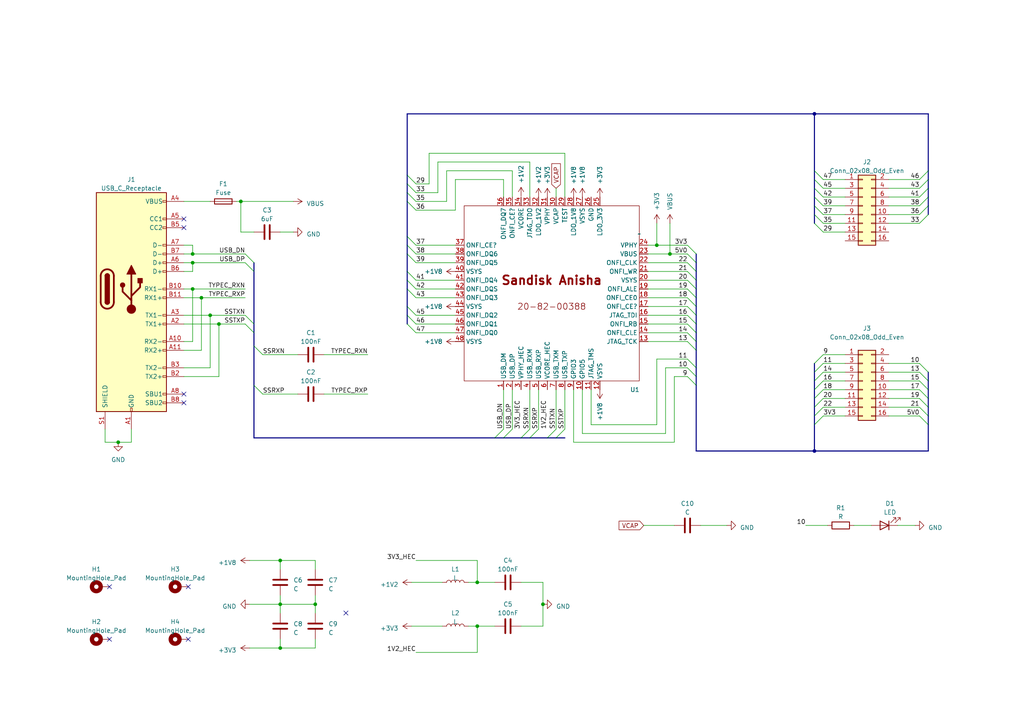
<source format=kicad_sch>
(kicad_sch (version 20221004) (generator eeschema)
  (paper "A4")
  (lib_symbols
    (symbol "Connector:USB_C_Receptacle" (pin_names (offset 1.016))
      (property "Reference" "J" (at -10.16 29.21 0))
      (property "Value" "USB_C_Receptacle" (at 10.16 29.21 0))
      (symbol "USB_C_Receptacle_0_0"
        (rectangle (start -0.254 -35.56) (end 0.254 -34.544))
        (rectangle (start 10.16 -32.766) (end 9.144 -33.274))
        (rectangle (start 10.16 -30.226) (end 9.144 -30.734))
        (rectangle (start 10.16 -25.146) (end 9.144 -25.654))
        (rectangle (start 10.16 -22.606) (end 9.144 -23.114))
        (rectangle (start 10.16 -17.526) (end 9.144 -18.034))
        (rectangle (start 10.16 -14.986) (end 9.144 -15.494))
        (rectangle (start 10.16 -9.906) (end 9.144 -10.414))
        (rectangle (start 10.16 -7.366) (end 9.144 -7.874))
        (rectangle (start 10.16 -2.286) (end 9.144 -2.794))
        (rectangle (start 10.16 0.254) (end 9.144 -0.254))
        (rectangle (start 10.16 5.334) (end 9.144 4.826))
        (rectangle (start 10.16 7.874) (end 9.144 7.366))
        (rectangle (start 10.16 10.414) (end 9.144 9.906))
        (rectangle (start 10.16 12.954) (end 9.144 12.446))
        (rectangle (start 10.16 18.034) (end 9.144 17.526))
        (rectangle (start 10.16 20.574) (end 9.144 20.066))
        (rectangle (start 10.16 25.654) (end 9.144 25.146))
      )
      (symbol "USB_C_Receptacle_0_1"
        (rectangle (start -10.16 27.94) (end 10.16 -35.56) (stroke (width 0.254)) (fill (type background)))
        (arc (start -8.89 -3.81) (mid -6.985 -5.715) (end -5.08 -3.81) (stroke (width 0.508)))
        (arc (start -7.62 -3.81) (mid -6.985 -4.445) (end -6.35 -3.81) (stroke (width 0.254)))
        (arc (start -7.62 -3.81) (mid -6.985 -4.445) (end -6.35 -3.81) (stroke (width 0.254)) (fill (type outline)))
        (rectangle (start -7.62 -3.81) (end -6.35 3.81) (stroke (width 0.254)) (fill (type outline)))
        (arc (start -6.35 3.81) (mid -6.985 4.445) (end -7.62 3.81) (stroke (width 0.254)))
        (arc (start -6.35 3.81) (mid -6.985 4.445) (end -7.62 3.81) (stroke (width 0.254)) (fill (type outline)))
        (arc (start -5.08 3.81) (mid -6.985 5.715) (end -8.89 3.81) (stroke (width 0.508)))
        (polyline (pts (xy -8.89 -3.81) (xy -8.89 3.81)) (stroke (width 0.508)))
        (polyline (pts (xy -5.08 3.81) (xy -5.08 -3.81)) (stroke (width 0.508)))
      )
      (symbol "USB_C_Receptacle_1_1"
        (circle (center -2.54 1.143) (radius 0.635) (stroke (width 0.254)) (fill (type outline)))
        (circle (center 0 -5.842) (radius 1.27) (fill (type outline)))
        (polyline (pts (xy 0 -5.842) (xy 0 4.318)) (stroke (width 0.508)))
        (polyline (pts (xy 0 -3.302) (xy -2.54 -0.762) (xy -2.54 0.508)) (stroke (width 0.508)))
        (polyline (pts (xy 0 -2.032) (xy 2.54 0.508) (xy 2.54 1.778)) (stroke (width 0.508)))
        (polyline (pts (xy -1.27 4.318) (xy 0 6.858) (xy 1.27 4.318) (xy -1.27 4.318)) (stroke (width 0.254)) (fill (type outline)))
        (rectangle (start 1.905 1.778) (end 3.175 3.048) (stroke (width 0.254)) (fill (type outline)))
        (pin passive line (at 0 -40.64 90) (length 5.08) (name "GND") (number "A1"))
        (pin bidirectional line (at 15.24 -15.24 180) (length 5.08) (name "RX2-") (number "A10"))
        (pin bidirectional line (at 15.24 -17.78 180) (length 5.08) (name "RX2+") (number "A11"))
        (pin passive line (at 0 -40.64 90) (length 5.08) hide (name "GND") (number "A12"))
        (pin bidirectional line (at 15.24 -10.16 180) (length 5.08) (name "TX1+") (number "A2"))
        (pin bidirectional line (at 15.24 -7.62 180) (length 5.08) (name "TX1-") (number "A3"))
        (pin passive line (at 15.24 25.4 180) (length 5.08) (name "VBUS") (number "A4"))
        (pin bidirectional line (at 15.24 20.32 180) (length 5.08) (name "CC1") (number "A5"))
        (pin bidirectional line (at 15.24 7.62 180) (length 5.08) (name "D+") (number "A6"))
        (pin bidirectional line (at 15.24 12.7 180) (length 5.08) (name "D-") (number "A7"))
        (pin bidirectional line (at 15.24 -30.48 180) (length 5.08) (name "SBU1") (number "A8"))
        (pin passive line (at 15.24 25.4 180) (length 5.08) hide (name "VBUS") (number "A9"))
        (pin passive line (at 0 -40.64 90) (length 5.08) hide (name "GND") (number "B1"))
        (pin bidirectional line (at 15.24 0 180) (length 5.08) (name "RX1-") (number "B10"))
        (pin bidirectional line (at 15.24 -2.54 180) (length 5.08) (name "RX1+") (number "B11"))
        (pin passive line (at 0 -40.64 90) (length 5.08) hide (name "GND") (number "B12"))
        (pin bidirectional line (at 15.24 -25.4 180) (length 5.08) (name "TX2+") (number "B2"))
        (pin bidirectional line (at 15.24 -22.86 180) (length 5.08) (name "TX2-") (number "B3"))
        (pin passive line (at 15.24 25.4 180) (length 5.08) hide (name "VBUS") (number "B4"))
        (pin bidirectional line (at 15.24 17.78 180) (length 5.08) (name "CC2") (number "B5"))
        (pin bidirectional line (at 15.24 5.08 180) (length 5.08) (name "D+") (number "B6"))
        (pin bidirectional line (at 15.24 10.16 180) (length 5.08) (name "D-") (number "B7"))
        (pin bidirectional line (at 15.24 -33.02 180) (length 5.08) (name "SBU2") (number "B8"))
        (pin passive line (at 15.24 25.4 180) (length 5.08) hide (name "VBUS") (number "B9"))
        (pin passive line (at -7.62 -40.64 90) (length 5.08) (name "SHIELD") (number "S1"))
      )
    )
    (symbol "Connector_Generic:Conn_02x08_Odd_Even" (pin_names (offset 1.016) hide)
      (property "Reference" "J" (at 1.27 10.16 0))
      (property "Value" "Conn_02x08_Odd_Even" (at 1.27 -12.7 0))
      (symbol "Conn_02x08_Odd_Even_1_1"
        (rectangle (start -1.27 -10.033) (end 0 -10.287) (stroke (width 0.1524)))
        (rectangle (start -1.27 -7.493) (end 0 -7.747) (stroke (width 0.1524)))
        (rectangle (start -1.27 -4.953) (end 0 -5.207) (stroke (width 0.1524)))
        (rectangle (start -1.27 -2.413) (end 0 -2.667) (stroke (width 0.1524)))
        (rectangle (start -1.27 0.127) (end 0 -0.127) (stroke (width 0.1524)))
        (rectangle (start -1.27 2.667) (end 0 2.413) (stroke (width 0.1524)))
        (rectangle (start -1.27 5.207) (end 0 4.953) (stroke (width 0.1524)))
        (rectangle (start -1.27 7.747) (end 0 7.493) (stroke (width 0.1524)))
        (rectangle (start -1.27 8.89) (end 3.81 -11.43) (stroke (width 0.254)) (fill (type background)))
        (rectangle (start 3.81 -10.033) (end 2.54 -10.287) (stroke (width 0.1524)))
        (rectangle (start 3.81 -7.493) (end 2.54 -7.747) (stroke (width 0.1524)))
        (rectangle (start 3.81 -4.953) (end 2.54 -5.207) (stroke (width 0.1524)))
        (rectangle (start 3.81 -2.413) (end 2.54 -2.667) (stroke (width 0.1524)))
        (rectangle (start 3.81 0.127) (end 2.54 -0.127) (stroke (width 0.1524)))
        (rectangle (start 3.81 2.667) (end 2.54 2.413) (stroke (width 0.1524)))
        (rectangle (start 3.81 5.207) (end 2.54 4.953) (stroke (width 0.1524)))
        (rectangle (start 3.81 7.747) (end 2.54 7.493) (stroke (width 0.1524)))
        (pin passive line (at -5.08 7.62 0) (length 3.81) (name "Pin_1") (number "1"))
        (pin passive line (at 7.62 -2.54 180) (length 3.81) (name "Pin_10") (number "10"))
        (pin passive line (at -5.08 -5.08 0) (length 3.81) (name "Pin_11") (number "11"))
        (pin passive line (at 7.62 -5.08 180) (length 3.81) (name "Pin_12") (number "12"))
        (pin passive line (at -5.08 -7.62 0) (length 3.81) (name "Pin_13") (number "13"))
        (pin passive line (at 7.62 -7.62 180) (length 3.81) (name "Pin_14") (number "14"))
        (pin passive line (at -5.08 -10.16 0) (length 3.81) (name "Pin_15") (number "15"))
        (pin passive line (at 7.62 -10.16 180) (length 3.81) (name "Pin_16") (number "16"))
        (pin passive line (at 7.62 7.62 180) (length 3.81) (name "Pin_2") (number "2"))
        (pin passive line (at -5.08 5.08 0) (length 3.81) (name "Pin_3") (number "3"))
        (pin passive line (at 7.62 5.08 180) (length 3.81) (name "Pin_4") (number "4"))
        (pin passive line (at -5.08 2.54 0) (length 3.81) (name "Pin_5") (number "5"))
        (pin passive line (at 7.62 2.54 180) (length 3.81) (name "Pin_6") (number "6"))
        (pin passive line (at -5.08 0 0) (length 3.81) (name "Pin_7") (number "7"))
        (pin passive line (at 7.62 0 180) (length 3.81) (name "Pin_8") (number "8"))
        (pin passive line (at -5.08 -2.54 0) (length 3.81) (name "Pin_9") (number "9"))
      )
    )
    (symbol "Device:C" (pin_numbers hide) (pin_names (offset 0.254))
      (property "Reference" "C" (at 0.635 2.54 0))
      (property "Value" "C" (at 0.635 -2.54 0))
      (symbol "C_0_1"
        (polyline (pts (xy -2.032 -0.762) (xy 2.032 -0.762)) (stroke (width 0.508)))
        (polyline (pts (xy -2.032 0.762) (xy 2.032 0.762)) (stroke (width 0.508)))
      )
      (symbol "C_1_1"
        (pin passive line (at 0 3.81 270) (length 2.794) (name "~") (number "1"))
        (pin passive line (at 0 -3.81 90) (length 2.794) (name "~") (number "2"))
      )
    )
    (symbol "Device:Fuse" (pin_numbers hide) (pin_names (offset 0))
      (property "Reference" "F" (at 2.032 0 90))
      (property "Value" "Fuse" (at -1.905 0 90))
      (symbol "Fuse_0_1"
        (rectangle (start -0.762 -2.54) (end 0.762 2.54) (stroke (width 0.254)))
        (polyline (pts (xy 0 2.54) (xy 0 -2.54)))
      )
      (symbol "Fuse_1_1"
        (pin passive line (at 0 3.81 270) (length 1.27) (name "~") (number "1"))
        (pin passive line (at 0 -3.81 90) (length 1.27) (name "~") (number "2"))
      )
    )
    (symbol "Device:L" (pin_numbers hide) (pin_names (offset 1.016) hide)
      (property "Reference" "L" (at -1.27 0 90))
      (property "Value" "L" (at 1.905 0 90))
      (symbol "L_0_1"
        (arc (start 0 -2.54) (mid 0.635 -1.905) (end 0 -1.27))
        (arc (start 0 -1.27) (mid 0.635 -0.635) (end 0 0))
        (arc (start 0 0) (mid 0.635 0.635) (end 0 1.27))
        (arc (start 0 1.27) (mid 0.635 1.905) (end 0 2.54))
      )
      (symbol "L_1_1"
        (pin passive line (at 0 3.81 270) (length 1.27) (name "1") (number "1"))
        (pin passive line (at 0 -3.81 90) (length 1.27) (name "2") (number "2"))
      )
    )
    (symbol "Device:LED" (pin_numbers hide) (pin_names (offset 1.016) hide)
      (property "Reference" "D" (at 0 2.54 0))
      (property "Value" "LED" (at 0 -2.54 0))
      (symbol "LED_0_1"
        (polyline (pts (xy -1.27 -1.27) (xy -1.27 1.27)) (stroke (width 0.254)))
        (polyline (pts (xy -1.27 0) (xy 1.27 0)))
        (polyline (pts (xy 1.27 -1.27) (xy 1.27 1.27) (xy -1.27 0) (xy 1.27 -1.27)) (stroke (width 0.254)))
        (polyline (pts (xy -3.048 -0.762) (xy -4.572 -2.286) (xy -3.81 -2.286) (xy -4.572 -2.286) (xy -4.572 -1.524)))
        (polyline (pts (xy -1.778 -0.762) (xy -3.302 -2.286) (xy -2.54 -2.286) (xy -3.302 -2.286) (xy -3.302 -1.524)))
      )
      (symbol "LED_1_1"
        (pin passive line (at -3.81 0 0) (length 2.54) (name "K") (number "1"))
        (pin passive line (at 3.81 0 180) (length 2.54) (name "A") (number "2"))
      )
    )
    (symbol "Device:R" (pin_numbers hide) (pin_names (offset 0))
      (property "Reference" "R" (at 2.032 0 90))
      (property "Value" "R" (at 0 0 90))
      (symbol "R_0_1"
        (rectangle (start -1.016 -2.54) (end 1.016 2.54) (stroke (width 0.254)))
      )
      (symbol "R_1_1"
        (pin passive line (at 0 3.81 270) (length 1.27) (name "~") (number "1"))
        (pin passive line (at 0 -3.81 90) (length 1.27) (name "~") (number "2"))
      )
    )
    (symbol "Mechanical:MountingHole_Pad" (pin_numbers hide) (pin_names (offset 1.016) hide)
      (property "Reference" "H" (at 0 6.35 0))
      (property "Value" "MountingHole_Pad" (at 0 4.445 0))
      (symbol "MountingHole_Pad_0_1"
        (circle (center 0 1.27) (radius 1.27) (stroke (width 1.27)))
      )
      (symbol "MountingHole_Pad_1_1"
        (pin input line (at 0 -2.54 90) (length 2.54) (name "1") (number "1"))
      )
    )
    (symbol "power:+1V2" (power) (pin_names (offset 0))
      (property "Value" "+1V2" (at 0 3.556 0))
      (symbol "+1V2_0_1"
        (polyline (pts (xy -0.762 1.27) (xy 0 2.54)))
        (polyline (pts (xy 0 0) (xy 0 2.54)))
        (polyline (pts (xy 0 2.54) (xy 0.762 1.27)))
      )
      (symbol "+1V2_1_1"
        (pin power_in line (at 0 0 90) (length 0) hide (name "+1V2") (number "1"))
      )
    )
    (symbol "power:+1V8" (power) (pin_names (offset 0))
      (property "Value" "+1V8" (at 0 3.556 0))
      (symbol "+1V8_0_1"
        (polyline (pts (xy -0.762 1.27) (xy 0 2.54)))
        (polyline (pts (xy 0 0) (xy 0 2.54)))
        (polyline (pts (xy 0 2.54) (xy 0.762 1.27)))
      )
      (symbol "+1V8_1_1"
        (pin power_in line (at 0 0 90) (length 0) hide (name "+1V8") (number "1"))
      )
    )
    (symbol "power:+3V3" (power) (pin_names (offset 0))
      (property "Value" "+3V3" (at 0 3.556 0))
      (symbol "+3V3_0_1"
        (polyline (pts (xy -0.762 1.27) (xy 0 2.54)))
        (polyline (pts (xy 0 0) (xy 0 2.54)))
        (polyline (pts (xy 0 2.54) (xy 0.762 1.27)))
      )
      (symbol "+3V3_1_1"
        (pin power_in line (at 0 0 90) (length 0) hide (name "+3V3") (number "1"))
      )
    )
    (symbol "power:GND" (power) (pin_names (offset 0))
      (property "Value" "GND" (at 0 -3.81 0))
      (symbol "GND_0_1"
        (polyline (pts (xy 0 0) (xy 0 -1.27) (xy 1.27 -1.27) (xy 0 -2.54) (xy -1.27 -1.27) (xy 0 -1.27)))
      )
      (symbol "GND_1_1"
        (pin power_in line (at 0 0 270) (length 0) hide (name "GND") (number "1"))
      )
    )
    (symbol "power:VBUS" (power) (pin_names (offset 0))
      (property "Value" "VBUS" (at 0 3.81 0))
      (symbol "VBUS_0_1"
        (polyline (pts (xy -0.762 1.27) (xy 0 2.54)))
        (polyline (pts (xy 0 0) (xy 0 2.54)))
        (polyline (pts (xy 0 2.54) (xy 0.762 1.27)))
      )
      (symbol "VBUS_1_1"
        (pin power_in line (at 0 0 90) (length 0) hide (name "VBUS") (number "1"))
      )
    )
    (symbol "sandisk:20-82-00388"
      (property "Reference" "U" (at 24.13 -24.13 0))
      (symbol "20-82-00388_0_0"
        (text "20-82-00388" (at 0 -3.81 0) (effects (font (size 1.8 1.8))))
        (text "Sandisk Anisha" (at 0 3.81 0) (effects (font (size 2.54 2.54) bold)))
      )
      (symbol "20-82-00388_0_1"
        (rectangle (start -25.4 25.4) (end 25.4 -25.4))
      )
      (symbol "20-82-00388_1_0"
        (pin bidirectional line (at 8.89 -27.94 90) (length 2.54) (name "") (number ""))
      )
      (symbol "20-82-00388_1_1"
        (pin bidirectional line (at -13.97 -27.94 90) (length 2.54) (name "USB_DM") (number "1"))
        (pin bidirectional line (at 8.89 -27.94 90) (length 2.54) (name "GPIO5") (number "10"))
        (pin input line (at 11.43 -27.94 90) (length 2.54) (name "JTAG_TMS") (number "11"))
        (pin power_in line (at 13.97 -27.94 90) (length 2.54) (name "VSYS") (number "12"))
        (pin input line (at 27.94 -13.97 180) (length 2.54) (name "JTAG_TCK") (number "13"))
        (pin output line (at 27.94 -11.43 180) (length 2.54) (name "ONFI_CLE") (number "14"))
        (pin output line (at 27.94 -8.89 180) (length 2.54) (name "ONFI_RB") (number "15"))
        (pin input line (at 27.94 -6.35 180) (length 2.54) (name "JTAG_TDI") (number "16"))
        (pin output line (at 27.94 -3.81 180) (length 2.54) (name "ONFI_CE?") (number "17"))
        (pin output line (at 27.94 -1.27 180) (length 2.54) (name "ONFI_CE0") (number "18"))
        (pin output line (at 27.94 1.27 180) (length 2.54) (name "ONFI_ALE") (number "19"))
        (pin bidirectional line (at -11.43 -27.94 90) (length 2.54) (name "USB_DP") (number "2"))
        (pin power_in line (at 27.94 3.81 180) (length 2.54) (name "VSYS") (number "20"))
        (pin output line (at 27.94 6.35 180) (length 2.54) (name "ONFI_WR") (number "21"))
        (pin output line (at 27.94 8.89 180) (length 2.54) (name "ONFI_CLK") (number "22"))
        (pin power_in line (at 27.94 11.43 180) (length 2.54) (name "VBUS") (number "23"))
        (pin power_in line (at 27.94 13.97 180) (length 2.54) (name "VPHY") (number "24"))
        (pin power_out line (at 13.97 27.94 270) (length 2.54) (name "LDO_3V3") (number "25"))
        (pin power_in line (at 11.43 27.94 270) (length 2.54) (name "GND") (number "26"))
        (pin power_in line (at 8.89 27.94 270) (length 2.54) (name "VSYS") (number "27"))
        (pin power_out line (at 6.35 27.94 270) (length 2.54) (name "LDO_1V8") (number "28"))
        (pin input line (at 3.81 27.94 270) (length 2.54) (name "TEST") (number "29"))
        (pin power_in line (at -8.89 -27.94 90) (length 2.54) (name "VPHY_HEC") (number "3"))
        (pin power_in line (at 1.27 27.94 270) (length 2.54) (name "VCAP") (number "30"))
        (pin power_in line (at -1.27 27.94 270) (length 2.54) (name "VPHY") (number "31"))
        (pin power_out line (at -3.81 27.94 270) (length 2.54) (name "LDO_1V2") (number "32"))
        (pin output line (at -6.35 27.94 270) (length 2.54) (name "JTAG_TDO") (number "33"))
        (pin power_in line (at -8.89 27.94 270) (length 2.54) (name "VCORE") (number "34"))
        (pin output line (at -11.43 27.94 270) (length 2.54) (name "ONFI_CE?") (number "35"))
        (pin bidirectional line (at -13.97 27.94 270) (length 2.54) (name "ONFI_DQ7") (number "36"))
        (pin output line (at -27.94 13.97 0) (length 2.54) (name "ONFI_CE?") (number "37"))
        (pin bidirectional line (at -27.94 11.43 0) (length 2.54) (name "ONFI_DQ6") (number "38"))
        (pin bidirectional line (at -27.94 8.89 0) (length 2.54) (name "ONFI_DQ5") (number "39"))
        (pin input line (at -6.35 -27.94 90) (length 2.54) (name "USB_RXM") (number "4"))
        (pin power_in line (at -27.94 6.35 0) (length 2.54) (name "VSYS") (number "40"))
        (pin bidirectional line (at -27.94 3.81 0) (length 2.54) (name "ONFI_DQ4") (number "41"))
        (pin output line (at -27.94 1.27 0) (length 2.54) (name "ONFI_DQS") (number "42"))
        (pin bidirectional line (at -27.94 -1.27 0) (length 2.54) (name "ONFI_DQ3") (number "43"))
        (pin power_in line (at -27.94 -3.81 0) (length 2.54) (name "VSYS") (number "44"))
        (pin bidirectional line (at -27.94 -6.35 0) (length 2.54) (name "ONFI_DQ2") (number "45"))
        (pin bidirectional line (at -27.94 -8.89 0) (length 2.54) (name "ONFI_DQ1") (number "46"))
        (pin bidirectional line (at -27.94 -11.43 0) (length 2.54) (name "ONFI_DQ0") (number "47"))
        (pin power_in line (at -27.94 -13.97 0) (length 2.54) (name "VSYS") (number "48"))
        (pin power_in line (at 11.43 27.94 270) (length 2.54) hide (name "HPAD") (number "49"))
        (pin input line (at -3.81 -27.94 90) (length 2.54) (name "USB_RXP") (number "5"))
        (pin power_in line (at -1.27 -27.94 90) (length 2.54) (name "VCORE_HEC") (number "6"))
        (pin output line (at 1.27 -27.94 90) (length 2.54) (name "USB_TXM") (number "7"))
        (pin output line (at 3.81 -27.94 90) (length 2.54) (name "USB_TXP") (number "8"))
        (pin bidirectional line (at 6.35 -27.94 90) (length 2.54) (name "GPIO3") (number "9"))
      )
    )
  )
  (junction (at 236.22 33.02))
  (junction (at 157.48 175.26))
  (junction (at 236.22 130.81))
  (junction (at 190.5 71.12))
  (junction (at 194.31 73.66))
  (junction (at 55.88 73.66))
  (junction (at 55.88 76.2))
  (junction (at 55.88 83.82))
  (junction (at 69.85 58.42))
  (junction (at 81.28 187.96))
  (junction (at 81.28 162.56))
  (junction (at 63.5 93.98))
  (junction (at 138.43 168.91))
  (junction (at 34.29 128.27))
  (junction (at 91.44 175.26))
  (junction (at 58.42 86.36))
  (junction (at 60.96 91.44))
  (junction (at 138.43 181.61))
  (junction (at 81.28 175.26))
  (no_connect (at 54.61 170.18))
  (no_connect (at 53.34 63.5))
  (no_connect (at 53.34 66.04))
  (no_connect (at 54.61 185.42))
  (no_connect (at 100.33 177.8))
  (no_connect (at 31.75 185.42))
  (no_connect (at 53.34 114.3))
  (no_connect (at 53.34 116.84))
  (no_connect (at 31.75 170.18))
  (bus_entry (at 199.39 78.74) (size 2.54 2.54))
  (bus_entry (at 161.29 124.46) (size -2.54 2.54))
  (bus_entry (at 236.22 54.61) (size 2.54 2.54))
  (bus_entry (at 73.66 111.76) (size 2.54 2.54))
  (bus_entry (at 156.21 124.46) (size -2.54 2.54))
  (bus_entry (at 118.11 88.9) (size 2.54 2.54))
  (bus_entry (at 199.39 104.14) (size 2.54 2.54))
  (bus_entry (at 236.22 107.95) (size 2.54 -2.54))
  (bus_entry (at 199.39 81.28) (size 2.54 2.54))
  (bus_entry (at 236.22 118.11) (size 2.54 -2.54))
  (bus_entry (at 266.7 115.57) (size 2.54 2.54))
  (bus_entry (at 118.11 81.28) (size 2.54 2.54))
  (bus_entry (at 199.39 71.12) (size 2.54 2.54))
  (bus_entry (at 118.11 83.82) (size 2.54 2.54))
  (bus_entry (at 199.39 76.2) (size 2.54 2.54))
  (bus_entry (at 236.22 105.41) (size 2.54 -2.54))
  (bus_entry (at 118.11 73.66) (size 2.54 2.54))
  (bus_entry (at 236.22 59.69) (size 2.54 2.54))
  (bus_entry (at 236.22 110.49) (size 2.54 -2.54))
  (bus_entry (at 199.39 73.66) (size 2.54 2.54))
  (bus_entry (at 163.83 124.46) (size -2.54 2.54))
  (bus_entry (at 236.22 57.15) (size 2.54 2.54))
  (bus_entry (at 118.11 91.44) (size 2.54 2.54))
  (bus_entry (at 236.22 52.07) (size 2.54 2.54))
  (bus_entry (at 118.11 78.74) (size 2.54 2.54))
  (bus_entry (at 266.7 107.95) (size 2.54 2.54))
  (bus_entry (at 118.11 68.58) (size 2.54 2.54))
  (bus_entry (at 266.7 105.41) (size 2.54 2.54))
  (bus_entry (at 199.39 109.22) (size 2.54 2.54))
  (bus_entry (at 71.12 76.2) (size 2.54 2.54))
  (bus_entry (at 71.12 91.44) (size 2.54 2.54))
  (bus_entry (at 199.39 88.9) (size 2.54 2.54))
  (bus_entry (at 118.11 58.42) (size 2.54 2.54))
  (bus_entry (at 71.12 93.98) (size 2.54 2.54))
  (bus_entry (at 199.39 99.06) (size 2.54 2.54))
  (bus_entry (at 266.7 64.77) (size 2.54 -2.54))
  (bus_entry (at 266.7 62.23) (size 2.54 -2.54))
  (bus_entry (at 118.11 71.12) (size 2.54 2.54))
  (bus_entry (at 236.22 120.65) (size 2.54 -2.54))
  (bus_entry (at 199.39 86.36) (size 2.54 2.54))
  (bus_entry (at 118.11 53.34) (size 2.54 2.54))
  (bus_entry (at 71.12 73.66) (size 2.54 2.54))
  (bus_entry (at 236.22 115.57) (size 2.54 -2.54))
  (bus_entry (at 153.67 124.46) (size -2.54 2.54))
  (bus_entry (at 199.39 91.44) (size 2.54 2.54))
  (bus_entry (at 199.39 83.82) (size 2.54 2.54))
  (bus_entry (at 266.7 113.03) (size 2.54 2.54))
  (bus_entry (at 266.7 120.65) (size 2.54 2.54))
  (bus_entry (at 266.7 110.49) (size 2.54 2.54))
  (bus_entry (at 148.59 124.46) (size -2.54 2.54))
  (bus_entry (at 73.66 100.33) (size 2.54 2.54))
  (bus_entry (at 199.39 106.68) (size 2.54 2.54))
  (bus_entry (at 266.7 59.69) (size 2.54 -2.54))
  (bus_entry (at 236.22 123.19) (size 2.54 -2.54))
  (bus_entry (at 266.7 52.07) (size 2.54 -2.54))
  (bus_entry (at 266.7 118.11) (size 2.54 2.54))
  (bus_entry (at 266.7 57.15) (size 2.54 -2.54))
  (bus_entry (at 199.39 93.98) (size 2.54 2.54))
  (bus_entry (at 266.7 54.61) (size 2.54 -2.54))
  (bus_entry (at 118.11 55.88) (size 2.54 2.54))
  (bus_entry (at 236.22 64.77) (size 2.54 2.54))
  (bus_entry (at 236.22 62.23) (size 2.54 2.54))
  (bus_entry (at 118.11 93.98) (size 2.54 2.54))
  (bus_entry (at 146.05 124.46) (size -2.54 2.54))
  (bus_entry (at 118.11 50.8) (size 2.54 2.54))
  (bus_entry (at 236.22 113.03) (size 2.54 -2.54))
  (bus_entry (at 236.22 49.53) (size 2.54 2.54))
  (bus_entry (at 199.39 96.52) (size 2.54 2.54))
  (wire (pts (xy 30.48 128.27) (xy 34.29 128.27)))
  (wire (pts (xy 138.43 162.56) (xy 120.65 162.56)))
  (bus (pts (xy 73.66 76.2) (xy 73.66 78.74)))
  (wire (pts (xy 81.28 187.96) (xy 91.44 187.96)))
  (wire (pts (xy 120.65 60.96) (xy 132.08 60.96)))
  (wire (pts (xy 132.08 52.07) (xy 146.05 52.07)))
  (wire (pts (xy 127 55.88) (xy 127 46.99)))
  (bus (pts (xy 236.22 118.11) (xy 236.22 120.65)))
  (bus (pts (xy 269.24 54.61) (xy 269.24 52.07)))
  (wire (pts (xy 247.65 152.4) (xy 252.73 152.4)))
  (bus (pts (xy 269.24 120.65) (xy 269.24 123.19)))
  (wire (pts (xy 55.88 71.12) (xy 55.88 73.66)))
  (wire (pts (xy 93.98 114.3) (xy 106.68 114.3)))
  (wire (pts (xy 91.44 172.72) (xy 91.44 175.26)))
  (wire (pts (xy 266.7 57.15) (xy 257.81 57.15)))
  (wire (pts (xy 163.83 113.03) (xy 163.83 124.46)))
  (bus (pts (xy 269.24 62.23) (xy 269.24 59.69)))
  (wire (pts (xy 238.76 118.11) (xy 245.11 118.11)))
  (wire (pts (xy 163.83 57.15) (xy 163.83 44.45)))
  (bus (pts (xy 118.11 91.44) (xy 118.11 93.98)))
  (bus (pts (xy 73.66 127) (xy 143.51 127)))
  (wire (pts (xy 266.7 118.11) (xy 257.81 118.11)))
  (wire (pts (xy 129.54 58.42) (xy 120.65 58.42)))
  (wire (pts (xy 81.28 162.56) (xy 81.28 165.1)))
  (wire (pts (xy 266.7 110.49) (xy 257.81 110.49)))
  (bus (pts (xy 269.24 110.49) (xy 269.24 113.03)))
  (bus (pts (xy 73.66 96.52) (xy 73.66 100.33)))
  (wire (pts (xy 55.88 99.06) (xy 55.88 83.82)))
  (bus (pts (xy 201.93 101.6) (xy 201.93 106.68)))
  (wire (pts (xy 266.7 64.77) (xy 257.81 64.77)))
  (wire (pts (xy 187.96 91.44) (xy 199.39 91.44)))
  (wire (pts (xy 120.65 93.98) (xy 132.08 93.98)))
  (bus (pts (xy 269.24 115.57) (xy 269.24 118.11)))
  (bus (pts (xy 201.93 88.9) (xy 201.93 91.44)))
  (wire (pts (xy 266.7 62.23) (xy 257.81 62.23)))
  (wire (pts (xy 195.58 109.22) (xy 195.58 128.27)))
  (wire (pts (xy 120.65 81.28) (xy 132.08 81.28)))
  (wire (pts (xy 266.7 115.57) (xy 257.81 115.57)))
  (bus (pts (xy 236.22 62.23) (xy 236.22 64.77)))
  (wire (pts (xy 120.65 71.12) (xy 132.08 71.12)))
  (bus (pts (xy 236.22 105.41) (xy 236.22 107.95)))
  (wire (pts (xy 238.76 115.57) (xy 245.11 115.57)))
  (wire (pts (xy 135.89 168.91) (xy 138.43 168.91)))
  (wire (pts (xy 138.43 168.91) (xy 138.43 162.56)))
  (wire (pts (xy 63.5 93.98) (xy 63.5 109.22)))
  (wire (pts (xy 187.96 78.74) (xy 199.39 78.74)))
  (wire (pts (xy 187.96 96.52) (xy 199.39 96.52)))
  (wire (pts (xy 266.7 52.07) (xy 257.81 52.07)))
  (bus (pts (xy 118.11 33.02) (xy 118.11 50.8)))
  (bus (pts (xy 201.93 111.76) (xy 201.93 130.81)))
  (bus (pts (xy 118.11 73.66) (xy 118.11 78.74)))
  (bus (pts (xy 201.93 76.2) (xy 201.93 78.74)))
  (wire (pts (xy 190.5 71.12) (xy 199.39 71.12)))
  (wire (pts (xy 63.5 109.22) (xy 53.34 109.22)))
  (wire (pts (xy 120.65 73.66) (xy 132.08 73.66)))
  (wire (pts (xy 53.34 73.66) (xy 55.88 73.66)))
  (wire (pts (xy 194.31 64.77) (xy 194.31 73.66)))
  (wire (pts (xy 81.28 162.56) (xy 91.44 162.56)))
  (wire (pts (xy 30.48 124.46) (xy 30.48 128.27)))
  (wire (pts (xy 190.5 104.14) (xy 190.5 123.19)))
  (wire (pts (xy 132.08 60.96) (xy 132.08 52.07)))
  (wire (pts (xy 146.05 52.07) (xy 146.05 57.15)))
  (wire (pts (xy 76.2 114.3) (xy 86.36 114.3)))
  (bus (pts (xy 236.22 123.19) (xy 236.22 130.81)))
  (wire (pts (xy 120.65 76.2) (xy 132.08 76.2)))
  (wire (pts (xy 199.39 109.22) (xy 195.58 109.22)))
  (bus (pts (xy 269.24 33.02) (xy 236.22 33.02)))
  (wire (pts (xy 53.34 86.36) (xy 58.42 86.36)))
  (wire (pts (xy 124.46 44.45) (xy 124.46 53.34)))
  (wire (pts (xy 69.85 58.42) (xy 69.85 67.31)))
  (wire (pts (xy 69.85 67.31) (xy 73.66 67.31)))
  (wire (pts (xy 58.42 86.36) (xy 71.12 86.36)))
  (wire (pts (xy 266.7 107.95) (xy 257.81 107.95)))
  (wire (pts (xy 76.2 102.87) (xy 86.36 102.87)))
  (wire (pts (xy 168.91 113.03) (xy 168.91 125.73)))
  (wire (pts (xy 190.5 64.77) (xy 190.5 71.12)))
  (wire (pts (xy 168.91 125.73) (xy 193.04 125.73)))
  (wire (pts (xy 156.21 113.03) (xy 156.21 124.46)))
  (bus (pts (xy 269.24 52.07) (xy 269.24 49.53)))
  (wire (pts (xy 187.96 99.06) (xy 199.39 99.06)))
  (wire (pts (xy 129.54 49.53) (xy 129.54 58.42)))
  (bus (pts (xy 269.24 57.15) (xy 269.24 54.61)))
  (wire (pts (xy 85.09 67.31) (xy 81.28 67.31)))
  (wire (pts (xy 93.98 102.87) (xy 106.68 102.87)))
  (wire (pts (xy 153.67 57.15) (xy 153.67 46.99)))
  (wire (pts (xy 91.44 162.56) (xy 91.44 165.1)))
  (bus (pts (xy 118.11 55.88) (xy 118.11 58.42)))
  (wire (pts (xy 151.13 168.91) (xy 157.48 168.91)))
  (wire (pts (xy 81.28 175.26) (xy 72.39 175.26)))
  (wire (pts (xy 187.96 88.9) (xy 199.39 88.9)))
  (wire (pts (xy 157.48 181.61) (xy 151.13 181.61)))
  (bus (pts (xy 269.24 107.95) (xy 269.24 110.49)))
  (wire (pts (xy 266.7 59.69) (xy 257.81 59.69)))
  (bus (pts (xy 201.93 86.36) (xy 201.93 88.9)))
  (bus (pts (xy 201.93 73.66) (xy 201.93 76.2)))
  (wire (pts (xy 146.05 113.03) (xy 146.05 124.46)))
  (wire (pts (xy 120.65 83.82) (xy 132.08 83.82)))
  (wire (pts (xy 53.34 78.74) (xy 55.88 78.74)))
  (bus (pts (xy 269.24 49.53) (xy 269.24 33.02)))
  (bus (pts (xy 118.11 83.82) (xy 118.11 88.9)))
  (wire (pts (xy 260.35 152.4) (xy 265.43 152.4)))
  (wire (pts (xy 138.43 189.23) (xy 120.65 189.23)))
  (bus (pts (xy 201.93 106.68) (xy 201.93 109.22)))
  (wire (pts (xy 238.76 57.15) (xy 245.11 57.15)))
  (wire (pts (xy 153.67 113.03) (xy 153.67 124.46)))
  (wire (pts (xy 53.34 71.12) (xy 55.88 71.12)))
  (wire (pts (xy 119.38 181.61) (xy 128.27 181.61)))
  (wire (pts (xy 138.43 181.61) (xy 143.51 181.61)))
  (bus (pts (xy 201.93 93.98) (xy 201.93 96.52)))
  (wire (pts (xy 193.04 125.73) (xy 193.04 106.68)))
  (wire (pts (xy 187.96 73.66) (xy 194.31 73.66)))
  (wire (pts (xy 166.37 128.27) (xy 195.58 128.27)))
  (wire (pts (xy 38.1 124.46) (xy 38.1 128.27)))
  (wire (pts (xy 60.96 91.44) (xy 60.96 106.68)))
  (bus (pts (xy 118.11 68.58) (xy 118.11 71.12)))
  (wire (pts (xy 58.42 101.6) (xy 53.34 101.6)))
  (bus (pts (xy 236.22 107.95) (xy 236.22 110.49)))
  (wire (pts (xy 238.76 52.07) (xy 245.11 52.07)))
  (wire (pts (xy 38.1 128.27) (xy 34.29 128.27)))
  (wire (pts (xy 190.5 123.19) (xy 171.45 123.19)))
  (wire (pts (xy 161.29 54.61) (xy 161.29 57.15)))
  (wire (pts (xy 55.88 83.82) (xy 53.34 83.82)))
  (wire (pts (xy 187.96 86.36) (xy 199.39 86.36)))
  (bus (pts (xy 151.13 127) (xy 153.67 127)))
  (bus (pts (xy 236.22 110.49) (xy 236.22 113.03)))
  (bus (pts (xy 236.22 115.57) (xy 236.22 118.11)))
  (wire (pts (xy 91.44 185.42) (xy 91.44 187.96)))
  (wire (pts (xy 238.76 102.87) (xy 245.11 102.87)))
  (bus (pts (xy 161.29 127) (xy 163.83 127)))
  (bus (pts (xy 201.93 91.44) (xy 201.93 93.98)))
  (wire (pts (xy 186.69 152.4) (xy 195.58 152.4)))
  (wire (pts (xy 127 46.99) (xy 153.67 46.99)))
  (wire (pts (xy 53.34 76.2) (xy 55.88 76.2)))
  (wire (pts (xy 81.28 172.72) (xy 81.28 175.26)))
  (bus (pts (xy 118.11 50.8) (xy 118.11 53.34)))
  (wire (pts (xy 53.34 58.42) (xy 60.96 58.42)))
  (bus (pts (xy 146.05 127) (xy 151.13 127)))
  (wire (pts (xy 55.88 73.66) (xy 71.12 73.66)))
  (wire (pts (xy 135.89 181.61) (xy 138.43 181.61)))
  (wire (pts (xy 81.28 175.26) (xy 81.28 177.8)))
  (wire (pts (xy 266.7 113.03) (xy 257.81 113.03)))
  (bus (pts (xy 236.22 52.07) (xy 236.22 54.61)))
  (bus (pts (xy 236.22 120.65) (xy 236.22 123.19)))
  (wire (pts (xy 171.45 123.19) (xy 171.45 113.03)))
  (bus (pts (xy 201.93 96.52) (xy 201.93 99.06)))
  (bus (pts (xy 158.75 127) (xy 161.29 127)))
  (wire (pts (xy 187.96 81.28) (xy 199.39 81.28)))
  (wire (pts (xy 120.65 86.36) (xy 132.08 86.36)))
  (bus (pts (xy 236.22 33.02) (xy 118.11 33.02)))
  (wire (pts (xy 63.5 93.98) (xy 71.12 93.98)))
  (wire (pts (xy 238.76 59.69) (xy 245.11 59.69)))
  (bus (pts (xy 269.24 123.19) (xy 269.24 130.81)))
  (bus (pts (xy 236.22 33.02) (xy 236.22 49.53)))
  (wire (pts (xy 187.96 93.98) (xy 199.39 93.98)))
  (wire (pts (xy 187.96 71.12) (xy 190.5 71.12)))
  (wire (pts (xy 161.29 113.03) (xy 161.29 124.46)))
  (wire (pts (xy 91.44 175.26) (xy 91.44 177.8)))
  (bus (pts (xy 143.51 127) (xy 146.05 127)))
  (wire (pts (xy 238.76 113.03) (xy 245.11 113.03)))
  (wire (pts (xy 187.96 83.82) (xy 199.39 83.82)))
  (wire (pts (xy 138.43 181.61) (xy 138.43 189.23)))
  (bus (pts (xy 118.11 71.12) (xy 118.11 73.66)))
  (wire (pts (xy 53.34 91.44) (xy 60.96 91.44)))
  (wire (pts (xy 193.04 106.68) (xy 199.39 106.68)))
  (bus (pts (xy 118.11 88.9) (xy 118.11 91.44)))
  (wire (pts (xy 163.83 44.45) (xy 124.46 44.45)))
  (wire (pts (xy 119.38 168.91) (xy 128.27 168.91)))
  (bus (pts (xy 201.93 99.06) (xy 201.93 101.6)))
  (wire (pts (xy 53.34 93.98) (xy 63.5 93.98)))
  (wire (pts (xy 120.65 96.52) (xy 132.08 96.52)))
  (wire (pts (xy 238.76 64.77) (xy 245.11 64.77)))
  (bus (pts (xy 201.93 109.22) (xy 201.93 111.76)))
  (wire (pts (xy 120.65 55.88) (xy 127 55.88)))
  (wire (pts (xy 238.76 120.65) (xy 245.11 120.65)))
  (wire (pts (xy 266.7 105.41) (xy 257.81 105.41)))
  (bus (pts (xy 236.22 49.53) (xy 236.22 52.07)))
  (wire (pts (xy 91.44 175.26) (xy 81.28 175.26)))
  (wire (pts (xy 69.85 58.42) (xy 85.09 58.42)))
  (bus (pts (xy 201.93 83.82) (xy 201.93 86.36)))
  (wire (pts (xy 60.96 106.68) (xy 53.34 106.68)))
  (wire (pts (xy 194.31 73.66) (xy 199.39 73.66)))
  (wire (pts (xy 266.7 54.61) (xy 257.81 54.61)))
  (bus (pts (xy 236.22 113.03) (xy 236.22 115.57)))
  (wire (pts (xy 72.39 162.56) (xy 81.28 162.56)))
  (wire (pts (xy 60.96 91.44) (xy 71.12 91.44)))
  (wire (pts (xy 157.48 168.91) (xy 157.48 175.26)))
  (bus (pts (xy 236.22 130.81) (xy 269.24 130.81)))
  (wire (pts (xy 148.59 49.53) (xy 148.59 57.15)))
  (wire (pts (xy 238.76 105.41) (xy 245.11 105.41)))
  (bus (pts (xy 73.66 111.76) (xy 73.66 127)))
  (bus (pts (xy 236.22 54.61) (xy 236.22 57.15)))
  (wire (pts (xy 55.88 76.2) (xy 71.12 76.2)))
  (wire (pts (xy 187.96 76.2) (xy 199.39 76.2)))
  (wire (pts (xy 72.39 187.96) (xy 81.28 187.96)))
  (wire (pts (xy 233.68 152.4) (xy 240.03 152.4)))
  (wire (pts (xy 203.2 152.4) (xy 210.82 152.4)))
  (wire (pts (xy 238.76 110.49) (xy 245.11 110.49)))
  (bus (pts (xy 73.66 93.98) (xy 73.66 96.52)))
  (bus (pts (xy 269.24 118.11) (xy 269.24 120.65)))
  (wire (pts (xy 166.37 128.27) (xy 166.37 113.03)))
  (bus (pts (xy 236.22 59.69) (xy 236.22 62.23)))
  (wire (pts (xy 157.48 175.26) (xy 157.48 181.61)))
  (wire (pts (xy 68.58 58.42) (xy 69.85 58.42)))
  (bus (pts (xy 201.93 81.28) (xy 201.93 83.82)))
  (wire (pts (xy 124.46 53.34) (xy 120.65 53.34)))
  (wire (pts (xy 238.76 107.95) (xy 245.11 107.95)))
  (bus (pts (xy 269.24 59.69) (xy 269.24 57.15)))
  (wire (pts (xy 199.39 104.14) (xy 190.5 104.14)))
  (bus (pts (xy 118.11 81.28) (xy 118.11 83.82)))
  (wire (pts (xy 138.43 168.91) (xy 143.51 168.91)))
  (wire (pts (xy 58.42 86.36) (xy 58.42 101.6)))
  (bus (pts (xy 73.66 78.74) (xy 73.66 93.98)))
  (bus (pts (xy 73.66 100.33) (xy 73.66 111.76)))
  (wire (pts (xy 148.59 49.53) (xy 129.54 49.53)))
  (wire (pts (xy 55.88 76.2) (xy 55.88 78.74)))
  (wire (pts (xy 238.76 62.23) (xy 245.11 62.23)))
  (bus (pts (xy 118.11 53.34) (xy 118.11 55.88)))
  (bus (pts (xy 201.93 130.81) (xy 236.22 130.81)))
  (bus (pts (xy 153.67 127) (xy 158.75 127)))
  (wire (pts (xy 266.7 120.65) (xy 257.81 120.65)))
  (wire (pts (xy 238.76 54.61) (xy 245.11 54.61)))
  (wire (pts (xy 53.34 99.06) (xy 55.88 99.06)))
  (wire (pts (xy 81.28 187.96) (xy 81.28 185.42)))
  (bus (pts (xy 236.22 57.15) (xy 236.22 59.69)))
  (wire (pts (xy 148.59 113.03) (xy 148.59 124.46)))
  (bus (pts (xy 118.11 78.74) (xy 118.11 81.28)))
  (bus (pts (xy 269.24 113.03) (xy 269.24 115.57)))
  (wire (pts (xy 55.88 83.82) (xy 71.12 83.82)))
  (wire (pts (xy 120.65 91.44) (xy 132.08 91.44)))
  (bus (pts (xy 118.11 58.42) (xy 118.11 68.58)))
  (bus (pts (xy 201.93 78.74) (xy 201.93 81.28)))
  (wire (pts (xy 238.76 67.31) (xy 245.11 67.31)))
  (label "38" (at 266.7 59.69 180))
  (label "37" (at 120.65 71.12 0))
  (label "SSRXN" (at 76.2 102.87 0))
  (label "35" (at 120.65 58.42 0))
  (label "11" (at 238.76 105.41 0))
  (label "15" (at 199.39 93.98 180))
  (label "16" (at 238.76 110.49 0))
  (label "15" (at 266.7 110.49 180))
  (label "13" (at 199.39 99.06 180))
  (label "SSRXP" (at 156.21 124.46 90))
  (label "USB_DN" (at 71.12 73.66 180))
  (label "45" (at 120.65 91.44 0))
  (label "21" (at 266.7 118.11 180))
  (label "3V3" (at 238.76 120.65 0))
  (label "SSRXP" (at 76.2 114.3 0))
  (label "9" (at 238.76 102.87 0))
  (label "14" (at 238.76 107.95 0))
  (label "13" (at 266.7 107.95 180))
  (label "33" (at 120.65 55.88 0))
  (label "5V0" (at 266.7 120.65 180))
  (label "46" (at 120.65 93.98 0))
  (label "10" (at 199.39 106.68 180))
  (label "10" (at 266.7 105.41 180))
  (label "38" (at 120.65 73.66 0))
  (label "36" (at 120.65 60.96 0))
  (label "41" (at 120.65 81.28 0))
  (label "17" (at 266.7 113.03 180))
  (label "SSTXN" (at 71.12 91.44 180))
  (label "3V3_HEC" (at 120.65 162.56 180))
  (label "14" (at 199.39 96.52 180))
  (label "47" (at 238.76 52.07 0))
  (label "37" (at 238.76 62.23 0))
  (label "USB_DP" (at 71.12 76.2 180))
  (label "TYPEC_RXP" (at 71.12 86.36 180))
  (label "SSRXN" (at 153.67 124.46 90))
  (label "3V3_HEC" (at 151.13 124.46 90))
  (label "21" (at 199.39 78.74 180))
  (label "36" (at 266.7 62.23 180))
  (label "SSTXN" (at 161.29 124.46 90))
  (label "18" (at 199.39 86.36 180))
  (label "39" (at 120.65 76.2 0))
  (label "45" (at 238.76 54.61 0))
  (label "41" (at 266.7 57.15 180))
  (label "33" (at 266.7 64.77 180))
  (label "TYPEC_RXP" (at 106.68 114.3 180))
  (label "47" (at 120.65 96.52 0))
  (label "42" (at 238.76 57.15 0))
  (label "USB_DN" (at 146.05 124.46 90))
  (label "43" (at 120.65 86.36 0))
  (label "29" (at 238.76 67.31 0))
  (label "20" (at 238.76 115.57 0))
  (label "USB_DP" (at 148.59 124.46 90))
  (label "42" (at 120.65 83.82 0))
  (label "5V0" (at 199.39 73.66 180))
  (label "9" (at 199.39 109.22 180))
  (label "3V3" (at 199.39 71.12 180))
  (label "22" (at 238.76 118.11 0))
  (label "19" (at 266.7 115.57 180))
  (label "SSTXP" (at 71.12 93.98 180))
  (label "29" (at 120.65 53.34 0))
  (label "43" (at 266.7 54.61 180))
  (label "20" (at 199.39 81.28 180))
  (label "35" (at 238.76 64.77 0))
  (label "17" (at 199.39 88.9 180))
  (label "16" (at 199.39 91.44 180))
  (label "18" (at 238.76 113.03 0))
  (label "11" (at 199.39 104.14 180))
  (label "TYPEC_RXN" (at 71.12 83.82 180))
  (label "10" (at 233.68 152.4 180))
  (label "39" (at 238.76 59.69 0))
  (label "1V2_HEC" (at 158.75 124.46 90))
  (label "1V2_HEC" (at 120.65 189.23 180))
  (label "TYPEC_RXN" (at 106.68 102.87 180))
  (label "19" (at 199.39 83.82 180))
  (label "22" (at 199.39 76.2 180))
  (label "SSTXP" (at 163.83 124.46 90))
  (label "46" (at 266.7 52.07 180))
  (global_label "VCAP" (shape input) (at 161.29 54.61 90) (property "Intersheetrefs" "${INTERSHEET_REFS}" (effects hide)))
  (global_label "VCAP" (shape input) (at 186.69 152.4 180) (property "Intersheetrefs" "${INTERSHEET_REFS}" (effects hide)))
  (symbol (lib_id "power:GND") (at 34.29 128.27 0) (unit 1)
    (property "Reference" "#PWR0120" (effects hide))
    (property "Value" "GND" (at 34.29 133.35 0))
  )
  (symbol (lib_id "Device:Fuse") (at 64.77 58.42 90) (unit 1)
    (property "Reference" "F1" (at 64.77 53.34 90))
    (property "Value" "Fuse" (at 64.77 55.88 90))
    (property "Footprint" "Fuse:Fuse_0805_2012Metric" (effects hide))
  )
  (symbol (lib_id "power:+3V3") (at 119.38 181.61 90) (unit 1)
    (property "Reference" "#PWR0103" (effects hide))
    (property "Value" "+3V3" (at 115.57 182.245 90) (effects (justify left)))
  )
  (symbol (lib_id "power:GND") (at 210.82 152.4 90) (unit 1)
    (property "Reference" "#PWR0106" (effects hide))
    (property "Value" "GND" (at 214.63 153.035 90) (effects (justify right)))
  )
  (symbol (lib_id "Device:R") (at 243.84 152.4 90) (unit 1)
    (property "Reference" "R1" (at 243.84 147.32 90))
    (property "Value" "R" (at 243.84 149.86 90))
    (property "Footprint" "Resistor_SMD:R_0402_1005Metric" (effects hide))
  )
  (symbol (lib_id "power:+1V2") (at 119.38 168.91 90) (unit 1)
    (property "Reference" "#PWR0102" (effects hide))
    (property "Value" "+1V2" (at 115.57 169.545 90) (effects (justify left)))
  )
  (symbol (lib_id "power:+1V2") (at 156.21 57.15 0) (unit 1)
    (property "Reference" "#PWR0112" (effects hide))
    (property "Value" "+1V2" (at 156.21 50.8 90))
  )
  (symbol (lib_id "Device:C") (at 147.32 168.91 90) (unit 1)
    (property "Reference" "C4" (at 147.32 162.56 90))
    (property "Value" "100nF" (at 147.32 165.1 90))
    (property "Footprint" "Capacitor_SMD:C_0402_1005Metric" (effects hide))
  )
  (symbol (lib_id "power:GND") (at 85.09 67.31 90) (unit 1)
    (property "Reference" "#PWR0110" (effects hide))
    (property "Value" "GND" (at 88.9 67.945 90) (effects (justify right)))
  )
  (symbol (lib_id "power:+3V3") (at 173.99 57.15 0) (unit 1)
    (property "Reference" "#PWR0115" (effects hide))
    (property "Value" "+3V3" (at 173.99 50.8 90))
  )
  (symbol (lib_id "power:+3V3") (at 190.5 64.77 0) (unit 1)
    (property "Reference" "#PWR0105" (effects hide))
    (property "Value" "+3V3" (at 190.5 58.42 90))
  )
  (symbol (lib_id "power:+3V3") (at 158.75 57.15 0) (unit 1)
    (property "Reference" "#PWR0107" (effects hide))
    (property "Value" "+3V3" (at 158.75 50.8 90))
  )
  (symbol (lib_id "power:+3V3") (at 72.39 187.96 90) (unit 1)
    (property "Reference" "#PWR0123" (effects hide))
    (property "Value" "+3V3" (at 68.58 188.595 90) (effects (justify left)))
  )
  (symbol (lib_id "power:VBUS") (at 85.09 58.42 270) (unit 1)
    (property "Reference" "#PWR0109" (effects hide))
    (property "Value" "VBUS" (at 88.9 59.055 90) (effects (justify left)))
  )
  (symbol (lib_id "Device:C") (at 91.44 181.61 180) (unit 1)
    (property "Reference" "C9" (at 95.25 180.975 0) (effects (justify right)))
    (property "Value" "C" (at 95.25 183.515 0) (effects (justify right)))
    (property "Footprint" "Capacitor_SMD:C_0402_1005Metric" (effects hide))
  )
  (symbol (lib_id "power:+1V8") (at 168.91 57.15 0) (unit 1)
    (property "Reference" "#PWR0114" (effects hide))
    (property "Value" "+1V8" (at 168.91 50.8 90))
  )
  (symbol (lib_id "Device:L") (at 132.08 181.61 90) (unit 1)
    (property "Reference" "L2" (at 132.08 177.8 90))
    (property "Value" "L" (at 132.08 180.34 90))
    (property "Footprint" "Inductor_SMD:L_0402_1005Metric" (effects hide))
  )
  (symbol (lib_id "Mechanical:MountingHole_Pad") (at 52.07 185.42 90) (unit 1)
    (property "Reference" "H4" (at 50.8 180.34 90))
    (property "Value" "MountingHole_Pad" (at 50.8 182.88 90))
    (property "Footprint" "MountingHole:MountingHole_2.2mm_M2_Pad_Via" (effects hide))
  )
  (symbol (lib_id "Device:C") (at 199.39 152.4 270) (unit 1)
    (property "Reference" "C10" (at 199.39 146.05 90))
    (property "Value" "C" (at 199.39 148.59 90))
    (property "Footprint" "Capacitor_SMD:C_0402_1005Metric" (effects hide))
  )
  (symbol (lib_id "power:GND") (at 72.39 175.26 270) (unit 1)
    (property "Reference" "#PWR0122" (effects hide))
    (property "Value" "GND" (at 68.58 175.895 90) (effects (justify right)))
  )
  (symbol (lib_id "Device:C") (at 147.32 181.61 90) (unit 1)
    (property "Reference" "C5" (at 147.32 175.26 90))
    (property "Value" "100nF" (at 147.32 177.8 90))
    (property "Footprint" "Capacitor_SMD:C_0402_1005Metric" (effects hide))
  )
  (symbol (lib_id "Device:C") (at 81.28 181.61 180) (unit 1)
    (property "Reference" "C8" (at 85.09 180.975 0) (effects (justify right)))
    (property "Value" "C" (at 85.09 183.515 0) (effects (justify right)))
    (property "Footprint" "Capacitor_SMD:C_0402_1005Metric" (effects hide))
  )
  (symbol (lib_id "Connector_Generic:Conn_02x08_Odd_Even") (at 250.19 59.69 0) (unit 1)
    (property "Reference" "J2" (at 251.46 46.99 0))
    (property "Value" "Conn_02x08_Odd_Even" (at 251.46 49.53 0))
    (property "Footprint" "Connector_PinHeader_2.54mm:PinHeader_2x08_P2.54mm_Vertical" (effects hide))
  )
  (symbol (lib_id "Mechanical:MountingHole_Pad") (at 29.21 185.42 90) (unit 1)
    (property "Reference" "H2" (at 27.94 180.34 90))
    (property "Value" "MountingHole_Pad" (at 27.94 182.88 90))
    (property "Footprint" "MountingHole:MountingHole_2.2mm_M2_Pad_Via" (effects hide))
  )
  (symbol (lib_id "power:GND") (at 157.48 175.26 90) (unit 1)
    (property "Reference" "#PWR0101" (effects hide))
    (property "Value" "GND" (at 161.29 175.895 90) (effects (justify right)))
  )
  (symbol (lib_id "power:+1V8") (at 132.08 99.06 90) (unit 1)
    (property "Reference" "#PWR0118" (effects hide))
    (property "Value" "+1V8" (at 125.73 99.06 90))
  )
  (symbol (lib_id "Mechanical:MountingHole_Pad") (at 29.21 170.18 90) (unit 1)
    (property "Reference" "H1" (at 27.94 165.1 90))
    (property "Value" "MountingHole_Pad" (at 27.94 167.64 90))
    (property "Footprint" "MountingHole:MountingHole_2.2mm_M2_Pad_Via" (effects hide))
  )
  (symbol (lib_id "Device:L") (at 132.08 168.91 90) (unit 1)
    (property "Reference" "L1" (at 132.08 165.1 90))
    (property "Value" "L" (at 132.08 167.64 90))
    (property "Footprint" "Inductor_SMD:L_0402_1005Metric" (effects hide))
  )
  (symbol (lib_id "Device:C") (at 90.17 102.87 90) (unit 1)
    (property "Reference" "C1" (at 90.17 96.52 90))
    (property "Value" "100nF" (at 90.17 99.06 90))
    (property "Footprint" "Capacitor_SMD:C_0402_1005Metric" (effects hide))
  )
  (symbol (lib_id "Device:LED") (at 256.54 152.4 180) (unit 1)
    (property "Reference" "D1" (at 258.1275 146.05 0))
    (property "Value" "LED" (at 258.1275 148.59 0))
    (property "Footprint" "LED_SMD:LED_0603_1608Metric" (effects hide))
  )
  (symbol (lib_id "Connector:USB_C_Receptacle") (at 38.1 83.82 0) (unit 1)
    (property "Reference" "J1" (at 38.1 52.07 0))
    (property "Value" "USB_C_Receptacle" (at 38.1 54.61 0))
    (property "Footprint" "Connector_USB:USB_C_Receptacle_Amphenol_12401548E4-2A" (effects hide))
    (property "Datasheet" "https://www.usb.org/sites/default/files/documents/usb_type-c.zip" (effects hide))
  )
  (symbol (lib_id "Mechanical:MountingHole_Pad") (at 52.07 170.18 90) (unit 1)
    (property "Reference" "H3" (at 50.8 165.1 90))
    (property "Value" "MountingHole_Pad" (at 50.8 167.64 90))
    (property "Footprint" "MountingHole:MountingHole_2.2mm_M2_Pad_Via" (effects hide))
  )
  (symbol (lib_id "Device:C") (at 77.47 67.31 90) (unit 1)
    (property "Reference" "C3" (at 77.47 60.96 90))
    (property "Value" "6uF" (at 77.47 63.5 90))
    (property "Footprint" "Capacitor_SMD:C_0603_1608Metric" (effects hide))
  )
  (symbol (lib_id "power:+1V8") (at 72.39 162.56 90) (unit 1)
    (property "Reference" "#PWR0121" (effects hide))
    (property "Value" "+1V8" (at 68.58 163.195 90) (effects (justify left)))
  )
  (symbol (lib_id "power:+1V8") (at 132.08 88.9 90) (unit 1)
    (property "Reference" "#PWR0116" (effects hide))
    (property "Value" "+1V8" (at 125.73 88.9 90))
  )
  (symbol (lib_id "power:+1V8") (at 132.08 78.74 90) (unit 1)
    (property "Reference" "#PWR0117" (effects hide))
    (property "Value" "+1V8" (at 125.73 78.74 90))
  )
  (symbol (lib_id "Device:C") (at 90.17 114.3 90) (unit 1)
    (property "Reference" "C2" (at 90.17 107.95 90))
    (property "Value" "100nF" (at 90.17 110.49 90))
    (property "Footprint" "Capacitor_SMD:C_0402_1005Metric" (effects hide))
  )
  (symbol (lib_id "power:+1V8") (at 173.99 113.03 180) (unit 1)
    (property "Reference" "#PWR0119" (effects hide))
    (property "Value" "+1V8" (at 173.99 119.38 90))
  )
  (symbol (lib_id "Device:C") (at 91.44 168.91 180) (unit 1)
    (property "Reference" "C7" (at 95.25 168.275 0) (effects (justify right)))
    (property "Value" "C" (at 95.25 170.815 0) (effects (justify right)))
    (property "Footprint" "Capacitor_SMD:C_0402_1005Metric" (effects hide))
  )
  (symbol (lib_id "Connector_Generic:Conn_02x08_Odd_Even") (at 250.19 110.49 0) (unit 1)
    (property "Reference" "J3" (at 251.46 95.25 0))
    (property "Value" "Conn_02x08_Odd_Even" (at 251.46 97.79 0))
    (property "Footprint" "Connector_PinHeader_2.54mm:PinHeader_2x08_P2.54mm_Vertical" (effects hide))
  )
  (symbol (lib_id "power:+1V8") (at 166.37 57.15 0) (unit 1)
    (property "Reference" "#PWR0113" (effects hide))
    (property "Value" "+1V8" (at 166.37 50.8 90))
  )
  (symbol (lib_id "power:GND") (at 265.43 152.4 90) (unit 1)
    (property "Reference" "#PWR0104" (effects hide))
    (property "Value" "GND" (at 269.24 153.035 90) (effects (justify right)))
  )
  (symbol (lib_id "Device:C") (at 81.28 168.91 180) (unit 1)
    (property "Reference" "C6" (at 85.09 168.275 0) (effects (justify right)))
    (property "Value" "C" (at 85.09 170.815 0) (effects (justify right)))
    (property "Footprint" "Capacitor_SMD:C_0402_1005Metric" (effects hide))
  )
  (symbol (lib_id "sandisk:20-82-00388") (at 160.02 85.09 0) (unit 1)
    (property "Reference" "U1" (at 184.15 113.03 0))
    (property "Value" "~" (at 185.42 67.8433 0))
    (property "Footprint" "sandisk:20-82-00388" (effects hide))
  )
  (symbol (lib_id "power:VBUS") (at 194.31 64.77 0) (unit 1)
    (property "Reference" "#PWR0108" (effects hide))
    (property "Value" "VBUS" (at 194.31 58.42 90))
  )
  (symbol (lib_id "power:+1V2") (at 151.13 56.8787 0) (unit 1)
    (property "Reference" "#PWR0111" (effects hide))
    (property "Value" "+1V2" (at 151.13 50.5287 90))
  )
)
</source>
